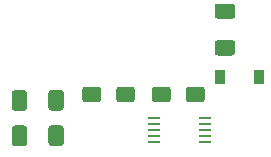
<source format=gtp>
%TF.GenerationSoftware,KiCad,Pcbnew,5.1.7-a382d34a8~88~ubuntu18.04.1*%
%TF.CreationDate,2022-12-01T09:52:47-05:00*%
%TF.ProjectId,Global_Val_Sen_Tem,476c6f62-616c-45f5-9661-6c5f53656e5f,rev?*%
%TF.SameCoordinates,Original*%
%TF.FileFunction,Paste,Top*%
%TF.FilePolarity,Positive*%
%FSLAX46Y46*%
G04 Gerber Fmt 4.6, Leading zero omitted, Abs format (unit mm)*
G04 Created by KiCad (PCBNEW 5.1.7-a382d34a8~88~ubuntu18.04.1) date 2022-12-01 09:52:47*
%MOMM*%
%LPD*%
G01*
G04 APERTURE LIST*
%ADD10R,0.900000X1.200000*%
%ADD11R,1.100000X0.250000*%
G04 APERTURE END LIST*
%TO.C,Rtl1*%
G36*
G01*
X164475000Y-67600000D02*
X163225000Y-67600000D01*
G75*
G02*
X162975000Y-67350000I0J250000D01*
G01*
X162975000Y-66550000D01*
G75*
G02*
X163225000Y-66300000I250000J0D01*
G01*
X164475000Y-66300000D01*
G75*
G02*
X164725000Y-66550000I0J-250000D01*
G01*
X164725000Y-67350000D01*
G75*
G02*
X164475000Y-67600000I-250000J0D01*
G01*
G37*
G36*
G01*
X164475000Y-70700000D02*
X163225000Y-70700000D01*
G75*
G02*
X162975000Y-70450000I0J250000D01*
G01*
X162975000Y-69650000D01*
G75*
G02*
X163225000Y-69400000I250000J0D01*
G01*
X164475000Y-69400000D01*
G75*
G02*
X164725000Y-69650000I0J-250000D01*
G01*
X164725000Y-70450000D01*
G75*
G02*
X164475000Y-70700000I-250000J0D01*
G01*
G37*
%TD*%
D10*
%TO.C,Dlim1*%
X166750000Y-72500000D03*
X163450000Y-72500000D03*
%TD*%
%TO.C,Cadc1*%
G36*
G01*
X160550000Y-74425001D02*
X160550000Y-73574999D01*
G75*
G02*
X160799999Y-73325000I249999J0D01*
G01*
X161875001Y-73325000D01*
G75*
G02*
X162125000Y-73574999I0J-249999D01*
G01*
X162125000Y-74425001D01*
G75*
G02*
X161875001Y-74675000I-249999J0D01*
G01*
X160799999Y-74675000D01*
G75*
G02*
X160550000Y-74425001I0J249999D01*
G01*
G37*
G36*
G01*
X157675000Y-74425001D02*
X157675000Y-73574999D01*
G75*
G02*
X157924999Y-73325000I249999J0D01*
G01*
X159000001Y-73325000D01*
G75*
G02*
X159250000Y-73574999I0J-249999D01*
G01*
X159250000Y-74425001D01*
G75*
G02*
X159000001Y-74675000I-249999J0D01*
G01*
X157924999Y-74675000D01*
G75*
G02*
X157675000Y-74425001I0J249999D01*
G01*
G37*
%TD*%
%TO.C,Rsda1*%
G36*
G01*
X147100000Y-73875000D02*
X147100000Y-75125000D01*
G75*
G02*
X146850000Y-75375000I-250000J0D01*
G01*
X146050000Y-75375000D01*
G75*
G02*
X145800000Y-75125000I0J250000D01*
G01*
X145800000Y-73875000D01*
G75*
G02*
X146050000Y-73625000I250000J0D01*
G01*
X146850000Y-73625000D01*
G75*
G02*
X147100000Y-73875000I0J-250000D01*
G01*
G37*
G36*
G01*
X150200000Y-73875000D02*
X150200000Y-75125000D01*
G75*
G02*
X149950000Y-75375000I-250000J0D01*
G01*
X149150000Y-75375000D01*
G75*
G02*
X148900000Y-75125000I0J250000D01*
G01*
X148900000Y-73875000D01*
G75*
G02*
X149150000Y-73625000I250000J0D01*
G01*
X149950000Y-73625000D01*
G75*
G02*
X150200000Y-73875000I0J-250000D01*
G01*
G37*
%TD*%
%TO.C,Rscl1*%
G36*
G01*
X147100000Y-76875000D02*
X147100000Y-78125000D01*
G75*
G02*
X146850000Y-78375000I-250000J0D01*
G01*
X146050000Y-78375000D01*
G75*
G02*
X145800000Y-78125000I0J250000D01*
G01*
X145800000Y-76875000D01*
G75*
G02*
X146050000Y-76625000I250000J0D01*
G01*
X146850000Y-76625000D01*
G75*
G02*
X147100000Y-76875000I0J-250000D01*
G01*
G37*
G36*
G01*
X150200000Y-76875000D02*
X150200000Y-78125000D01*
G75*
G02*
X149950000Y-78375000I-250000J0D01*
G01*
X149150000Y-78375000D01*
G75*
G02*
X148900000Y-78125000I0J250000D01*
G01*
X148900000Y-76875000D01*
G75*
G02*
X149150000Y-76625000I250000J0D01*
G01*
X149950000Y-76625000D01*
G75*
G02*
X150200000Y-76875000I0J-250000D01*
G01*
G37*
%TD*%
D11*
%TO.C,ADC1*%
X157850000Y-78000000D03*
X157850000Y-77500000D03*
X157850000Y-77000000D03*
X157850000Y-76500000D03*
X157850000Y-76000000D03*
X162150000Y-76000000D03*
X162150000Y-76500000D03*
X162150000Y-77000000D03*
X162150000Y-77500000D03*
X162150000Y-78000000D03*
%TD*%
%TO.C,Ccomp1*%
G36*
G01*
X153350000Y-73574999D02*
X153350000Y-74425001D01*
G75*
G02*
X153100001Y-74675000I-249999J0D01*
G01*
X152024999Y-74675000D01*
G75*
G02*
X151775000Y-74425001I0J249999D01*
G01*
X151775000Y-73574999D01*
G75*
G02*
X152024999Y-73325000I249999J0D01*
G01*
X153100001Y-73325000D01*
G75*
G02*
X153350000Y-73574999I0J-249999D01*
G01*
G37*
G36*
G01*
X156225000Y-73574999D02*
X156225000Y-74425001D01*
G75*
G02*
X155975001Y-74675000I-249999J0D01*
G01*
X154899999Y-74675000D01*
G75*
G02*
X154650000Y-74425001I0J249999D01*
G01*
X154650000Y-73574999D01*
G75*
G02*
X154899999Y-73325000I249999J0D01*
G01*
X155975001Y-73325000D01*
G75*
G02*
X156225000Y-73574999I0J-249999D01*
G01*
G37*
%TD*%
M02*

</source>
